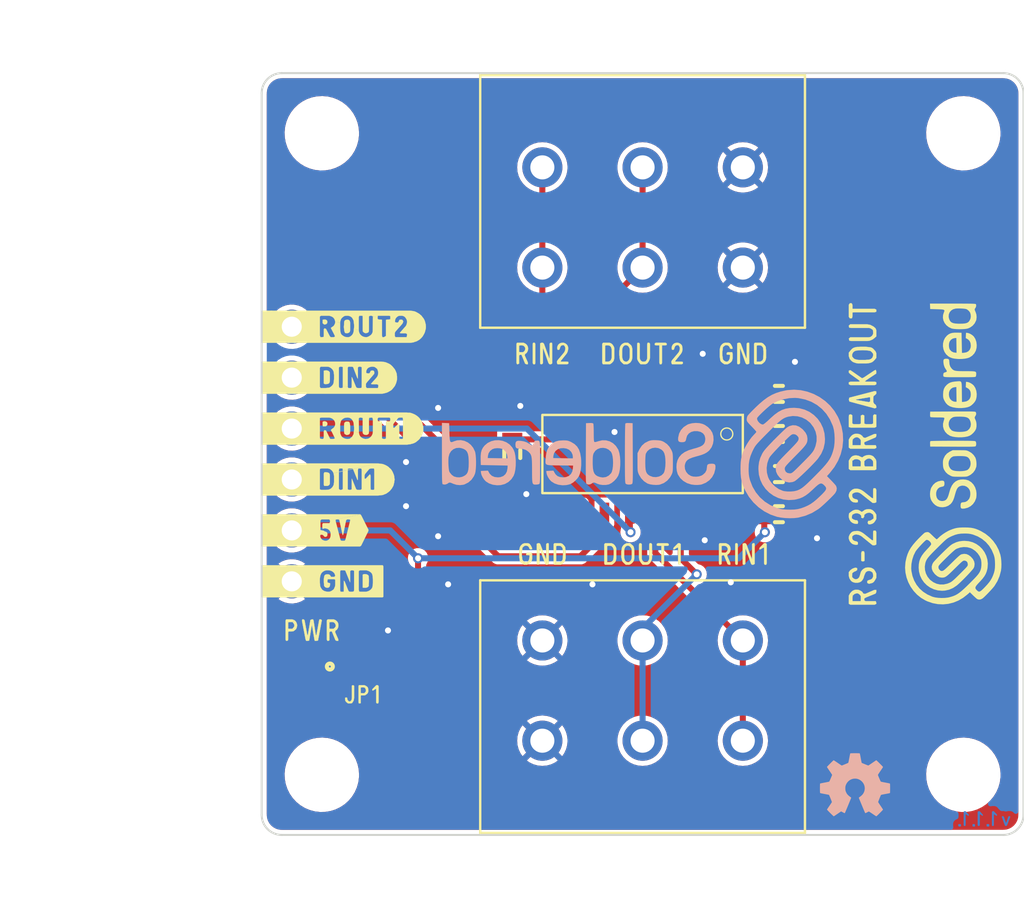
<source format=kicad_pcb>
(kicad_pcb (version 20210623) (generator pcbnew)
  (layers (0 "F.Cu" signal) (31 "B.Cu" signal) (34 "B.Paste" user) (35 "F.Paste" user) (36 "B.SilkS" user "B.Silkscreen") (37 "F.SilkS" user "F.Silkscreen") (38 "B.Mask" user) (39 "F.Mask" user) (44 "Edge.Cuts" user))
  (net 0 "")
  (net 1 "GND")
  (net 2 "Net-(C1-Pad2)")
  (net 3 "Net-(C2-Pad1)")
  (net 4 "Net-(C2-Pad2)")
  (net 5 "Net-(C3-Pad1)")
  (net 6 "Net-(C3-Pad2)")
  (net 7 "Net-(C4-Pad2)")
  (net 8 "5V")
  (net 9 "Net-(D1-Pad1)")
  (net 10 "Net-(JP1-Pad2)")
  (net 11 "RIN1")
  (net 12 "DOUT1")
  (net 13 "RIN2")
  (net 14 "DOUT2")
  (net 15 "ROUT2")
  (net 16 "DIN2")
  (net 17 "ROUT1")
  (net 18 "DIN1")
  (footprint "e-radionica.com footprinti:0603C" (layer "F.Cu") (at 125.8 128 180)
    (fp_text reference "C1")
    (fp_text value "4u7")
    (pad "1" smd rect locked (at -0.73 0 180) (size 0.66 1) (layers "F.Cu" "F.Paste" "F.Mask") (net 1 "GND"))
    (pad "2" smd rect locked (at 0.73 0 180) (size 0.66 1) (layers "F.Cu" "F.Paste" "F.Mask") (net 2 "Net-(C1-Pad2)"))
  )
  (footprint "buzzardLabel" (layer "F.Cu") (at 99.6 129.73)
    (fp_text reference "" (at 0 0) (layer "F.SilkS") (effects (font (size 1.27 1.27))))
    (fp_text value "" (at 0 0) (layer "F.SilkS") (effects (font (size 1.27 1.27))))
  )
  (footprint "e-radionica.com footprinti:HOLE_3.2mm" (layer "F.Cu") (at 103 147)
    (fp_text reference "H2" hide)
    (fp_text value "HOLE_3.2mm" hide)
    (pad "" np_thru_hole circle locked (at 0 0) (size 3.2 3.2) (drill 3.2) (layers F&B.Cu *.Mask))
  )
  (footprint "e-radionica.com footprinti:0603C" (layer "F.Cu") (at 112.5 131 90)
    (fp_text reference "C4")
    (fp_text value "4u7")
    (pad "1" smd rect locked (at -0.73 0 90) (size 0.66 1) (layers "F.Cu" "F.Paste" "F.Mask") (net 1 "GND"))
    (pad "2" smd rect locked (at 0.73 0 90) (size 0.66 1) (layers "F.Cu" "F.Paste" "F.Mask") (net 7 "Net-(C4-Pad2)"))
  )
  (footprint "buzzardLabel" (layer "F.Cu") (at 119 136)
    (fp_text reference "" (at 0 0) (layer "F.SilkS") (effects (font (size 1.27 1.27))))
    (fp_text value "" (at 0 0) (layer "F.SilkS") (effects (font (size 1.27 1.27))))
  )
  (footprint "buzzardLabel" (layer "F.Cu") (at 119 126)
    (fp_text reference "" (at 0 0) (layer "F.SilkS") (effects (font (size 1.27 1.27))))
    (fp_text value "" (at 0 0) (layer "F.SilkS") (effects (font (size 1.27 1.27))))
  )
  (footprint "Soldered Graphics:Logo-Front-SolderedFULL-15mm" (layer "F.Cu") (at 134.5 131 90)
    (fp_text reference "REF**" hide)
    (fp_text value "Logo-Front-SolderedFULL-15mm" hide)
  )
  (footprint "Soldered Graphics:Logo-Back-OSH-3.5mm" (layer "F.Cu") (at 129.6 147.5)
    (fp_text reference "G***" hide)
    (fp_text value "LOGO" hide)
  )
  (footprint "e-radionica.com footprinti:HOLE_3.2mm" (layer "F.Cu") (at 135 115)
    (fp_text reference "H4" hide)
    (fp_text value "HOLE_3.2mm" hide)
    (pad "" np_thru_hole circle locked (at 0 0) (size 3.2 3.2) (drill 3.2) (layers F&B.Cu *.Mask))
  )
  (footprint "buzzardLabel" (layer "F.Cu") (at 99.6 137.35)
    (fp_text reference "" (at 0 0) (layer "F.SilkS") (effects (font (size 1.27 1.27))))
    (fp_text value "" (at 0 0) (layer "F.SilkS") (effects (font (size 1.27 1.27))))
  )
  (footprint "buzzardLabel" (layer "F.Cu") (at 99.6 127.19)
    (fp_text reference "" (at 0 0) (layer "F.SilkS") (effects (font (size 1.27 1.27))))
    (fp_text value "" (at 0 0) (layer "F.SilkS") (effects (font (size 1.27 1.27))))
  )
  (footprint "e-radionica.com footprinti:TERMINAL_KF235-5.0-3P" (layer "F.Cu") (at 119 119.2 180)
    (fp_text reference "K2")
    (fp_text value "TERMINAL_KF235-5.0-3P")
    (pad "1" thru_hole circle (at 5 2.5 180) (size 2 2) (drill 1.2) (layers *.Cu *.Mask) (net 13 "RIN2"))
    (pad "1" thru_hole circle (at 5 -2.5 180) (size 2 2) (drill 1.2) (layers *.Cu *.Mask) (net 13 "RIN2"))
    (pad "2" thru_hole circle (at 0 2.5 180) (size 2 2) (drill 1.2) (layers *.Cu *.Mask) (net 14 "DOUT2"))
    (pad "2" thru_hole circle (at 0 -2.5 180) (size 2 2) (drill 1.2) (layers *.Cu *.Mask) (net 14 "DOUT2"))
    (pad "3" thru_hole circle (at -5 -2.5 180) (size 2 2) (drill 1.2) (layers *.Cu *.Mask) (net 1 "GND"))
    (pad "3" thru_hole circle (at -5 2.5 180) (size 2 2) (drill 1.2) (layers *.Cu *.Mask) (net 1 "GND"))
  )
  (footprint "buzzardLabel" (layer "F.Cu") (at 114 126)
    (fp_text reference "" (at 0 0) (layer "F.SilkS") (effects (font (size 1.27 1.27))))
    (fp_text value "" (at 0 0) (layer "F.SilkS") (effects (font (size 1.27 1.27))))
  )
  (footprint "e-radionica.com footprinti:SOP-16" (layer "F.Cu") (at 119 131 -90)
    (fp_text reference "U1")
    (fp_text value "MAX232E")
    (pad "1" smd rect (at -2.95 -4.445 270) (size 1.05 0.48) (layers "F.Cu" "F.Paste" "F.Mask") (net 4 "Net-(C2-Pad2)"))
    (pad "2" smd rect (at -2.95 -3.175 270) (size 1.05 0.48) (layers "F.Cu" "F.Paste" "F.Mask") (net 2 "Net-(C1-Pad2)"))
    (pad "3" smd rect (at -2.95 -1.905 270) (size 1.05 0.48) (layers "F.Cu" "F.Paste" "F.Mask") (net 3 "Net-(C2-Pad1)"))
    (pad "4" smd rect (at -2.95 -0.635 270) (size 1.05 0.48) (layers "F.Cu" "F.Paste" "F.Mask") (net 6 "Net-(C3-Pad2)"))
    (pad "5" smd rect (at -2.95 0.635 270) (size 1.05 0.48) (layers "F.Cu" "F.Paste" "F.Mask") (net 5 "Net-(C3-Pad1)"))
    (pad "6" smd rect (at -2.95 1.905 270) (size 1.05 0.48) (layers "F.Cu" "F.Paste" "F.Mask") (net 7 "Net-(C4-Pad2)"))
    (pad "7" smd rect (at -2.95 3.175 270) (size 1.05 0.48) (layers "F.Cu" "F.Paste" "F.Mask") (net 14 "DOUT2"))
    (pad "8" smd rect (at -2.95 4.445 270) (size 1.05 0.48) (layers "F.Cu" "F.Paste" "F.Mask") (net 13 "RIN2"))
    (pad "9" smd rect (at 2.95 4.445 270) (size 1.05 0.48) (layers "F.Cu" "F.Paste" "F.Mask") (net 15 "ROUT2"))
    (pad "10" smd rect (at 2.95 3.175 270) (size 1.05 0.48) (layers "F.Cu" "F.Paste" "F.Mask") (net 16 "DIN2"))
    (pad "11" smd rect (at 2.95 1.905 270) (size 1.05 0.48) (layers "F.Cu" "F.Paste" "F.Mask") (net 18 "DIN1"))
    (pad "12" smd rect (at 2.95 0.635 270) (size 1.05 0.48) (layers "F.Cu" "F.Paste" "F.Mask") (net 17 "ROUT1"))
    (pad "13" smd rect (at 2.95 -0.635 270) (size 1.05 0.48) (layers "F.Cu" "F.Paste" "F.Mask") (net 11 "RIN1"))
    (pad "14" smd rect (at 2.95 -1.905 270) (size 1.05 0.48) (layers "F.Cu" "F.Paste" "F.Mask") (net 12 "DOUT1"))
    (pad "15" smd rect (at 2.95 -3.175 270) (size 1.05 0.48) (layers "F.Cu" "F.Paste" "F.Mask") (net 1 "GND"))
    (pad "16" smd rect (at 2.95 -4.445 270) (size 1.05 0.48) (layers "F.Cu" "F.Paste" "F.Mask") (net 8 "5V"))
  )
  (footprint "e-radionica.com footprinti:TERMINAL_KF235-5.0-3P" (layer "F.Cu") (at 119 142.8)
    (fp_text reference "K1")
    (fp_text value "TERMINAL_KF235-5.0-3P")
    (pad "1" thru_hole circle (at 5 2.5) (size 2 2) (drill 1.2) (layers *.Cu *.Mask) (net 11 "RIN1"))
    (pad "1" thru_hole circle (at 5 -2.5) (size 2 2) (drill 1.2) (layers *.Cu *.Mask) (net 11 "RIN1"))
    (pad "2" thru_hole circle (at 0 -2.5) (size 2 2) (drill 1.2) (layers *.Cu *.Mask) (net 12 "DOUT1"))
    (pad "2" thru_hole circle (at 0 2.5) (size 2 2) (drill 1.2) (layers *.Cu *.Mask) (net 12 "DOUT1"))
    (pad "3" thru_hole circle (at -5 -2.5) (size 2 2) (drill 1.2) (layers *.Cu *.Mask) (net 1 "GND"))
    (pad "3" thru_hole circle (at -5 2.5) (size 2 2) (drill 1.2) (layers *.Cu *.Mask) (net 1 "GND"))
  )
  (footprint "buzzardLabel" (layer "F.Cu") (at 99.6 132.27)
    (fp_text reference "" (at 0 0) (layer "F.SilkS") (effects (font (size 1.27 1.27))))
    (fp_text value "" (at 0 0) (layer "F.SilkS") (effects (font (size 1.27 1.27))))
  )
  (footprint "buzzardLabel" (layer "F.Cu") (at 99.6 124.65)
    (fp_text reference "" (at 0 0) (layer "F.SilkS") (effects (font (size 1.27 1.27))))
    (fp_text value "" (at 0 0) (layer "F.SilkS") (effects (font (size 1.27 1.27))))
  )
  (footprint "e-radionica.com footprinti:0603C" (layer "F.Cu") (at 125.8 132)
    (fp_text reference "C3")
    (fp_text value "4u7")
    (pad "1" smd rect locked (at -0.73 0) (size 0.66 1) (layers "F.Cu" "F.Paste" "F.Mask") (net 5 "Net-(C3-Pad1)"))
    (pad "2" smd rect locked (at 0.73 0) (size 0.66 1) (layers "F.Cu" "F.Paste" "F.Mask") (net 6 "Net-(C3-Pad2)"))
  )
  (footprint "e-radionica.com footprinti:HOLE_3.2mm" (layer "F.Cu") (at 135 147)
    (fp_text reference "H1" hide)
    (fp_text value "HOLE_3.2mm" hide)
    (pad "" np_thru_hole circle locked (at 0 0) (size 3.2 3.2) (drill 3.2) (layers F&B.Cu *.Mask))
  )
  (footprint "buzzardLabel" (layer "F.Cu") (at 130 131 90)
    (fp_text reference "" (at 0 0 90) (layer "F.SilkS") (effects (font (size 1.27 1.27))))
    (fp_text value "" (at 0 0 90) (layer "F.SilkS") (effects (font (size 1.27 1.27))))
  )
  (footprint "e-radionica.com footprinti:0603C" (layer "F.Cu") (at 125.8 130)
    (fp_text reference "C2")
    (fp_text value "4u7")
    (pad "1" smd rect locked (at -0.73 0) (size 0.66 1) (layers "F.Cu" "F.Paste" "F.Mask") (net 3 "Net-(C2-Pad1)"))
    (pad "2" smd rect locked (at 0.73 0) (size 0.66 1) (layers "F.Cu" "F.Paste" "F.Mask") (net 4 "Net-(C2-Pad2)"))
  )
  (footprint "buzzardLabel" (layer "F.Cu") (at 124 126)
    (fp_text reference "" (at 0 0) (layer "F.SilkS") (effects (font (size 1.27 1.27))))
    (fp_text value "" (at 0 0) (layer "F.SilkS") (effects (font (size 1.27 1.27))))
  )
  (footprint "buzzardLabel" (layer "F.Cu") (at 105 143)
    (fp_text reference "" (at 0 0) (layer "F.SilkS") (effects (font (size 1.27 1.27))))
    (fp_text value "" (at 0 0) (layer "F.SilkS") (effects (font (size 1.27 1.27))))
  )
  (footprint "e-radionica.com footprinti:0402R" (layer "F.Cu") (at 102.5 142.5 180)
    (fp_text reference "R1")
    (fp_text value "2k2")
    (pad "1" smd rect locked (at -0.5 0 270) (size 0.64 0.54) (layers "F.Cu" "F.Paste" "F.Mask") (net 10 "Net-(JP1-Pad2)"))
    (pad "2" smd rect locked (at 0.5 0 270) (size 0.64 0.54) (layers "F.Cu" "F.Paste" "F.Mask") (net 9 "Net-(D1-Pad1)"))
  )
  (footprint "e-radionica.com footprinti:HEADER_MALE_6X1" (layer "F.Cu") (at 101.5 131 -90)
    (fp_text reference "K3")
    (fp_text value "HEADER_MALE_6X1")
    (pad "1" thru_hole circle locked (at -6.35 0 270) (size 1.7 1.7) (drill 1) (layers *.Cu *.Mask) (net 15 "ROUT2"))
    (pad "2" thru_hole circle locked (at -3.81 0 270) (size 1.7 1.7) (drill 1) (layers *.Cu *.Mask) (net 16 "DIN2"))
    (pad "3" thru_hole circle locked (at -1.27 0 270) (size 1.7 1.7) (drill 1) (layers *.Cu *.Mask) (net 17 "ROUT1"))
    (pad "4" thru_hole circle locked (at 1.27 0 270) (size 1.7 1.7) (drill 1) (layers *.Cu *.Mask) (net 18 "DIN1"))
    (pad "5" thru_hole circle locked (at 3.81 0 270) (size 1.7 1.7) (drill 1) (layers *.Cu *.Mask) (net 8 "5V"))
    (pad "6" thru_hole circle locked (at 6.35 0 270) (size 1.7 1.7) (drill 1) (layers *.Cu *.Mask) (net 1 "GND"))
  )
  (footprint "e-radionica.com footprinti:HOLE_3.2mm" (layer "F.Cu") (at 103 115)
    (fp_text reference "H3" hide)
    (fp_text value "HOLE_3.2mm" hide)
    (pad "" np_thru_hole circle locked (at 0 0) (size 3.2 3.2) (drill 3.2) (layers F&B.Cu *.Mask))
  )
  (footprint "e-radionica.com footprinti:SMD-JUMPER-CONNECTED_TRACE_SLODERMASK" (layer "F.Cu") (at 105 141.75 180)
    (fp_text reference "JP1")
    (fp_text value "SMD-JUMPER-CONNECTED_TRACE_SLODERMASK")
    (fp_poly (pts (xy 0.1 0.1) (xy -0.1 0.1) (xy -0.1 -0.1) (xy 0.1 -0.1)) (layer "F.Cu") (width 0.1) (fill solid))
    (pad "1" smd rect (at -0.35 0 180) (size 0.5 1) (layers "F.Cu" "F.Mask") (net 8 "5V"))
    (pad "2" smd rect (at 0.35 0 180) (size 0.5 1) (layers "F.Cu" "F.Mask") (net 10 "Net-(JP1-Pad2)"))
  )
  (footprint "buzzardLabel" (layer "F.Cu") (at 99.6 134.81)
    (fp_text reference "" (at 0 0) (layer "F.SilkS") (effects (font (size 1.27 1.27))))
    (fp_text value "" (at 0 0) (layer "F.SilkS") (effects (font (size 1.27 1.27))))
  )
  (footprint "e-radionica.com footprinti:FIDUCIAL_23" (layer "F.Cu") (at 108.5 145)
    (fp_text reference "FD1")
    (fp_text value "FIDUCIAL")
    (fp_circle (center 0 0) (end 1 0) (layer "F.Cu") (width 0.2) (fill none))
    (pad "1" smd circle (at 0 0) (size 1 1) (layers "F.Cu" "F.Paste" "F.Mask") (clearance 1.1))
  )
  (footprint "buzzardLabel" (layer "F.Cu") (at 124 136)
    (fp_text reference "" (at 0 0) (layer "F.SilkS") (effects (font (size 1.27 1.27))))
    (fp_text value "" (at 0 0) (layer "F.SilkS") (effects (font (size 1.27 1.27))))
  )
  (footprint "e-radionica.com footprinti:0402LED" (layer "F.Cu") (at 102.5 141)
    (fp_text reference "D1")
    (fp_text value "purple")
    (pad "1" smd rect locked (at -0.55 0 90) (size 0.75 0.45) (layers "F.Cu" "F.Paste" "F.Mask") (net 9 "Net-(D1-Pad1)"))
    (pad "2" smd rect locked (at 0.55 0 90) (size 0.75 0.45) (layers "F.Cu" "F.Paste" "F.Mask") (net 1 "GND"))
  )
  (footprint "buzzardLabel" (layer "F.Cu") (at 114 136)
    (fp_text reference "" (at 0 0) (layer "F.SilkS") (effects (font (size 1.27 1.27))))
    (fp_text value "" (at 0 0) (layer "F.SilkS") (effects (font (size 1.27 1.27))))
  )
  (footprint "buzzardLabel" (layer "F.Cu") (at 102.5 139.8)
    (fp_text reference "" (at 0 0) (layer "F.SilkS") (effects (font (size 1.27 1.27))))
    (fp_text value "" (at 0 0) (layer "F.SilkS") (effects (font (size 1.27 1.27))))
  )
  (footprint "Soldered Graphics:Logo-Back-SolderedFULL-20mm" (layer "F.Cu") (at 119 131)
    (fp_text reference "REF**" hide)
    (fp_text value "Logo-Front-SolderedFULL-20mm" hide)
  )
  (footprint "e-radionica.com footprinti:0603C" (layer "F.Cu") (at 125.8 134 180)
    (fp_text reference "C5")
    (fp_text value "4u7")
    (pad "1" smd rect locked (at -0.73 0 180) (size 0.66 1) (layers "F.Cu" "F.Paste" "F.Mask") (net 1 "GND"))
    (pad "2" smd rect locked (at 0.73 0 180) (size 0.66 1) (layers "F.Cu" "F.Paste" "F.Mask") (net 8 "5V"))
  )
  (footprint "Soldered Graphics:Version1.1.1." (layer "B.Cu") (at 136 149.2 180)
    (fp_text reference "REF**" hide)
    (fp_text value "Version1.1.1." hide)
    (fp_poly (pts (xy 0.91 -0.35) (xy 0.96 -0.35) (xy 0.98 -0.31) (xy 0.98 0.35) (xy 0.95 0.38) (xy 0.89 0.38) (xy 0.86 0.34) (xy 0.74 0.22) (xy 0.73 0.17) (xy 0.76 0.16) (xy 0.85 0.22) (xy 0.89 0.23) (xy 0.89 -0.31) (xy 0.91 -0.35)) (layer "B.Cu") (width 0.01) (fill solid))
    (fp_poly (pts (xy 0.21 -0.35) (xy 0.26 -0.35) (xy 0.28 -0.31) (xy 0.28 0.35) (xy 0.24 0.38) (xy 0.19 0.38) (xy 0.15 0.34) (xy 0.04 0.22) (xy 0.02 0.17) (xy 0.05 0.16) (xy 0.14 0.22) (xy 0.18 0.23) (xy 0.18 -0.31) (xy 0.21 -0.35)) (layer "B.Cu") (width 0.01) (fill solid))
    (fp_poly (pts (xy -1.15 -0.35) (xy -1.1 -0.35) (xy -1.07 -0.31) (xy -0.92 0.1) (xy -0.94 0.13) (xy -0.99 0.13) (xy -1.02 0.1) (xy -1.11 -0.16) (xy -1.13 -0.21) (xy -1.15 -0.17) (xy -1.24 0.09) (xy -1.26 0.13) (xy -1.32 0.13) (xy -1.34 0.1) (xy -1.18 -0.31) (xy -1.15 -0.35)) (layer "B.Cu") (width 0.01) (fill solid))
    (fp_poly (pts (xy -0.27 -0.38) (xy -0.22 -0.38) (xy -0.17 -0.37) (xy -0.16 -0.33) (xy -0.16 -0.27) (xy -0.21 -0.26) (xy -0.26 -0.26) (xy -0.29 -0.29) (xy -0.29 -0.34) (xy -0.27 -0.38)) (layer "B.Cu") (width 0.01) (fill solid))
    (fp_poly (pts (xy 1.14 -0.38) (xy 1.19 -0.38) (xy 1.24 -0.37) (xy 1.25 -0.33) (xy 1.25 -0.27) (xy 1.2 -0.26) (xy 1.15 -0.26) (xy 1.12 -0.29) (xy 1.12 -0.34) (xy 1.14 -0.38)) (layer "B.Cu") (width 0.01) (fill solid))
    (fp_poly (pts (xy 0.43 -0.38) (xy 0.48 -0.38) (xy 0.54 -0.37) (xy 0.54 -0.33) (xy 0.54 -0.27) (xy 0.5 -0.26) (xy 0.45 -0.26) (xy 0.42 -0.29) (xy 0.42 -0.34) (xy 0.43 -0.38)) (layer "B.Cu") (width 0.01) (fill solid))
    (fp_poly (pts (xy -0.5 -0.35) (xy -0.44 -0.35) (xy -0.43 -0.31) (xy -0.43 0.35) (xy -0.46 0.38) (xy -0.52 0.38) (xy -0.55 0.34) (xy -0.67 0.22) (xy -0.68 0.17) (xy -0.65 0.16) (xy -0.56 0.22) (xy -0.52 0.23) (xy -0.52 -0.31) (xy -0.5 -0.35)) (layer "B.Cu") (width 0.01) (fill solid))
  )
  (gr_line (start 137 150) (end 101 150) (layer "Edge.Cuts") (width 0.1))
  (gr_line (start 138 113) (end 138 149) (layer "Edge.Cuts") (width 0.1))
  (gr_line (start 101 112) (end 137 112) (layer "Edge.Cuts") (width 0.1))
  (gr_arc (start 137 113) (end 137 112) (angle 90) (layer "Edge.Cuts") (width 0.1))
  (gr_line (start 100 149) (end 100 113) (layer "Edge.Cuts") (width 0.1))
  (gr_arc (start 101 149) (end 101 150) (angle 90) (layer "Edge.Cuts") (width 0.1))
  (gr_arc (start 137 149) (end 137 150) (angle -90) (layer "Edge.Cuts") (width 0.1))
  (gr_arc (start 101 113) (end 101 112) (angle -90) (layer "Edge.Cuts") (width 0.1))
  (via (at 107.2 133.6) (size 0.5) (drill 0.3) (layers "F.Cu" "B.Cu") (net 1))
  (via (at 108.8 135.1) (size 0.5) (drill 0.3) (layers "F.Cu" "B.Cu") (net 1))
  (via (at 122.1 135.3) (size 0.5) (drill 0.3) (layers "F.Cu" "B.Cu") (net 1))
  (via (at 117.6 129.9) (size 0.5) (drill 0.3) (layers "F.Cu" "B.Cu") (net 1))
  (via (at 127.7 135.2) (size 0.5) (drill 0.3) (layers "F.Cu" "B.Cu") (net 1))
  (via (at 113.2 133) (size 0.5) (drill 0.3) (layers "F.Cu" "B.Cu") (net 1))
  (via (at 106.3 139.8) (size 0.5) (drill 0.3) (layers "F.Cu" "B.Cu") (net 1))
  (via (at 109.3 137.5) (size 0.5) (drill 0.3) (layers "F.Cu" "B.Cu") (net 1))
  (via (at 126.6 126.4) (size 0.5) (drill 0.3) (layers "F.Cu" "B.Cu") (net 1))
  (via (at 123.4 137.4) (size 0.5) (drill 0.3) (layers "F.Cu" "B.Cu") (net 1))
  (via (at 112.9 128.6) (size 0.5) (drill 0.3) (layers "F.Cu" "B.Cu") (net 1))
  (via (at 107.2 131.4) (size 0.5) (drill 0.3) (layers "F.Cu" "B.Cu") (net 1))
  (via (at 108.8 128.7) (size 0.5) (drill 0.3) (layers "F.Cu" "B.Cu") (net 1))
  (via (at 116.5 137.5) (size 0.5) (drill 0.3) (layers "F.Cu" "B.Cu") (net 1))
  (via (at 122 126) (size 0.5) (drill 0.3) (layers "F.Cu" "B.Cu") (net 1))
  (segment (start 124.6 126.7) (end 125.07 127.17) (width 0.254) (layer "F.Cu") (net 2))
  (segment (start 122.175 127.425) (end 122.9 126.7) (width 0.254) (layer "F.Cu") (net 2))
  (segment (start 122.9 126.7) (end 124.6 126.7) (width 0.254) (layer "F.Cu") (net 2))
  (segment (start 125.07 127.17) (end 125.07 128) (width 0.254) (layer "F.Cu") (net 2))
  (segment (start 122.175 128.05) (end 122.175 127.425) (width 0.254) (layer "F.Cu") (net 2))
  (segment (start 120.905 129.105) (end 120.905 128.05) (width 0.254) (layer "F.Cu") (net 3))
  (segment (start 125.07 130) (end 121.8 130) (width 0.254) (layer "F.Cu") (net 3))
  (segment (start 121.8 130) (end 120.905 129.105) (width 0.254) (layer "F.Cu") (net 3))
  (segment (start 125.8 129) (end 126.53 129.73) (width 0.254) (layer "F.Cu") (net 4))
  (segment (start 124.395 129) (end 125.8 129) (width 0.254) (layer "F.Cu") (net 4))
  (segment (start 123.445 128.05) (end 124.395 129) (width 0.254) (layer "F.Cu") (net 4))
  (segment (start 126.53 129.73) (end 126.53 130) (width 0.254) (layer "F.Cu") (net 4))
  (segment (start 125.07 132) (end 120.4 132) (width 0.254) (layer "F.Cu") (net 5))
  (segment (start 118.365 129.965) (end 118.365 128.05) (width 0.254) (layer "F.Cu") (net 5))
  (segment (start 120.4 132) (end 118.365 129.965) (width 0.254) (layer "F.Cu") (net 5))
  (segment (start 126.53 132) (end 126.53 131.43) (width 0.254) (layer "F.Cu") (net 6))
  (segment (start 119.635 129.335) (end 119.635 128.05) (width 0.254) (layer "F.Cu") (net 6))
  (segment (start 121.4 131.1) (end 119.635 129.335) (width 0.254) (layer "F.Cu") (net 6))
  (segment (start 126.2 131.1) (end 121.4 131.1) (width 0.254) (layer "F.Cu") (net 6))
  (segment (start 126.53 131.43) (end 126.2 131.1) (width 0.254) (layer "F.Cu") (net 6))
  (segment (start 112.5 130.27) (end 116.03 130.27) (width 0.3) (layer "F.Cu") (net 7))
  (segment (start 116.03 130.27) (end 117.1 129.2) (width 0.3) (layer "F.Cu") (net 7))
  (segment (start 117.095 129.195) (end 117.095 128.05) (width 0.3) (layer "F.Cu") (net 7))
  (segment (start 117.1 129.2) (end 117.095 129.195) (width 0.3) (layer "F.Cu") (net 7))
  (segment (start 105.35 141.75) (end 105.95 141.75) (width 0.3) (layer "F.Cu") (net 8))
  (segment (start 105.95 141.75) (end 107.8 139.9) (width 0.3) (layer "F.Cu") (net 8))
  (segment (start 125.07 134.87) (end 125.1 134.9) (width 0.3) (layer "F.Cu") (net 8))
  (segment (start 107.8 139.9) (end 107.8 136.2) (width 0.3) (layer "F.Cu") (net 8))
  (segment (start 123.445 133.95) (end 125.02 133.95) (width 0.3) (layer "F.Cu") (net 8))
  (segment (start 125.02 133.95) (end 125.07 134) (width 0.3) (layer "F.Cu") (net 8))
  (segment (start 125.07 134) (end 125.07 134.87) (width 0.3) (layer "F.Cu") (net 8))
  (via (at 125.1 134.9) (size 0.5) (drill 0.3) (layers "F.Cu" "B.Cu") (net 8))
  (via (at 107.8 136.2) (size 0.5) (drill 0.3) (layers "F.Cu" "B.Cu") (net 8))
  (segment (start 107.8 136.2) (end 106.41 134.81) (width 0.3) (layer "B.Cu") (net 8))
  (segment (start 106.41 134.81) (end 101.5 134.81) (width 0.3) (layer "B.Cu") (net 8))
  (segment (start 123.8 136.2) (end 107.8 136.2) (width 0.3) (layer "B.Cu") (net 8))
  (segment (start 125.1 134.9) (end 123.8 136.2) (width 0.3) (layer "B.Cu") (net 8))
  (segment (start 102 141.05) (end 101.95 141) (width 0.3) (layer "F.Cu") (net 9))
  (segment (start 102 142.5) (end 102 141.05) (width 0.3) (layer "F.Cu") (net 9))
  (segment (start 103.9 142.5) (end 104.65 141.75) (width 0.3) (layer "F.Cu") (net 10))
  (segment (start 103 142.5) (end 103.9 142.5) (width 0.3) (layer "F.Cu") (net 10))
  (segment (start 119.635 133.95) (end 119.635 135.935) (width 0.3) (layer "F.Cu") (net 11))
  (segment (start 124 140.3) (end 124 145.3) (width 0.3) (layer "F.Cu") (net 11))
  (segment (start 119.635 135.935) (end 124 140.3) (width 0.3) (layer "F.Cu") (net 11))
  (segment (start 121.7 137) (end 120.905 136.205) (width 0.3) (layer "F.Cu") (net 12))
  (segment (start 120.905 136.205) (end 120.905 133.95) (width 0.3) (layer "F.Cu") (net 12))
  (via (at 121.7 137) (size 0.5) (drill 0.3) (layers "F.Cu" "B.Cu") (net 12))
  (segment (start 119 139.7) (end 119 140.3) (width 0.3) (layer "B.Cu") (net 12))
  (segment (start 119 140.3) (end 119 145.3) (width 0.3) (layer "B.Cu") (net 12))
  (segment (start 121.7 137) (end 119 139.7) (width 0.3) (layer "B.Cu") (net 12))
  (segment (start 114 124.3) (end 114 121.7) (width 0.3) (layer "F.Cu") (net 13))
  (segment (start 114.555 128.05) (end 114.555 124.855) (width 0.3) (layer "F.Cu") (net 13))
  (segment (start 114 121.7) (end 114 116.7) (width 0.3) (layer "F.Cu") (net 13))
  (segment (start 114.555 124.855) (end 114 124.3) (width 0.3) (layer "F.Cu") (net 13))
  (segment (start 115.825 124.875) (end 119 121.7) (width 0.3) (layer "F.Cu") (net 14))
  (segment (start 119 121.7) (end 119 116.7) (width 0.3) (layer "F.Cu") (net 14))
  (segment (start 115.825 128.05) (end 115.825 124.875) (width 0.3) (layer "F.Cu") (net 14))
  (segment (start 112.35 133.95) (end 103.05 124.65) (width 0.3) (layer "F.Cu") (net 15))
  (segment (start 103.05 124.65) (end 101.5 124.65) (width 0.3) (layer "F.Cu") (net 15))
  (segment (start 114.555 133.95) (end 112.35 133.95) (width 0.3) (layer "F.Cu") (net 15))
  (segment (start 104.29 127.19) (end 101.5 127.19) (width 0.3) (layer "F.Cu") (net 16))
  (segment (start 115.4 135.3) (end 112.4 135.3) (width 0.3) (layer "F.Cu") (net 16))
  (segment (start 115.825 134.875) (end 115.4 135.3) (width 0.3) (layer "F.Cu") (net 16))
  (segment (start 112.4 135.3) (end 104.29 127.19) (width 0.3) (layer "F.Cu") (net 16))
  (segment (start 115.825 133.95) (end 115.825 134.875) (width 0.3) (layer "F.Cu") (net 16))
  (segment (start 118.365 134.865) (end 118.4 134.9) (width 0.3) (layer "F.Cu") (net 17))
  (segment (start 118.365 133.95) (end 118.365 134.865) (width 0.3) (layer "F.Cu") (net 17))
  (via (at 118.4 134.9) (size 0.5) (drill 0.3) (layers "F.Cu" "B.Cu") (net 17))
  (segment (start 118.4 134.9) (end 113.23 129.73) (width 0.3) (layer "B.Cu") (net 17))
  (segment (start 113.23 129.73) (end 101.5 129.73) (width 0.3) (layer "B.Cu") (net 17))
  (segment (start 117.095 134.905) (end 115.9 136.1) (width 0.3) (layer "F.Cu") (net 18))
  (segment (start 107.97 132.27) (end 101.5 132.27) (width 0.3) (layer "F.Cu") (net 18))
  (segment (start 115.9 136.1) (end 111.8 136.1) (width 0.3) (layer "F.Cu") (net 18))
  (segment (start 117.095 133.95) (end 117.095 134.905) (width 0.3) (layer "F.Cu") (net 18))
  (segment (start 111.8 136.1) (end 107.97 132.27) (width 0.3) (layer "F.Cu") (net 18))
  (zone (net 1) (net_name "GND") (layers F&B.Cu) (connect_pads (clearance 0.254)) (min_thickness 0.254) (fill yes (thermal_gap 0.254) (thermal_bridge_width 0.3))
    (polygon (pts (xy 138 150) (xy 100 150) (xy 100 112) (xy 138 112)))
  )
)
</source>
